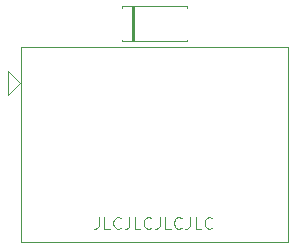
<source format=gto>
G04 #@! TF.GenerationSoftware,KiCad,Pcbnew,8.0.1*
G04 #@! TF.CreationDate,2024-03-24T02:17:44+01:00*
G04 #@! TF.ProjectId,bypass,62797061-7373-42e6-9b69-6361645f7063,rev?*
G04 #@! TF.SameCoordinates,Original*
G04 #@! TF.FileFunction,Legend,Top*
G04 #@! TF.FilePolarity,Positive*
%FSLAX46Y46*%
G04 Gerber Fmt 4.6, Leading zero omitted, Abs format (unit mm)*
G04 Created by KiCad (PCBNEW 8.0.1) date 2024-03-24 02:17:44*
%MOMM*%
%LPD*%
G01*
G04 APERTURE LIST*
%ADD10C,0.100000*%
%ADD11C,0.120000*%
%ADD12C,2.300000*%
%ADD13R,2.200000X2.200000*%
%ADD14O,2.200000X2.200000*%
G04 APERTURE END LIST*
D10*
X143780951Y-38222419D02*
X143780951Y-38936704D01*
X143780951Y-38936704D02*
X143733332Y-39079561D01*
X143733332Y-39079561D02*
X143638094Y-39174800D01*
X143638094Y-39174800D02*
X143495237Y-39222419D01*
X143495237Y-39222419D02*
X143399999Y-39222419D01*
X144733332Y-39222419D02*
X144257142Y-39222419D01*
X144257142Y-39222419D02*
X144257142Y-38222419D01*
X145638094Y-39127180D02*
X145590475Y-39174800D01*
X145590475Y-39174800D02*
X145447618Y-39222419D01*
X145447618Y-39222419D02*
X145352380Y-39222419D01*
X145352380Y-39222419D02*
X145209523Y-39174800D01*
X145209523Y-39174800D02*
X145114285Y-39079561D01*
X145114285Y-39079561D02*
X145066666Y-38984323D01*
X145066666Y-38984323D02*
X145019047Y-38793847D01*
X145019047Y-38793847D02*
X145019047Y-38650990D01*
X145019047Y-38650990D02*
X145066666Y-38460514D01*
X145066666Y-38460514D02*
X145114285Y-38365276D01*
X145114285Y-38365276D02*
X145209523Y-38270038D01*
X145209523Y-38270038D02*
X145352380Y-38222419D01*
X145352380Y-38222419D02*
X145447618Y-38222419D01*
X145447618Y-38222419D02*
X145590475Y-38270038D01*
X145590475Y-38270038D02*
X145638094Y-38317657D01*
X146352380Y-38222419D02*
X146352380Y-38936704D01*
X146352380Y-38936704D02*
X146304761Y-39079561D01*
X146304761Y-39079561D02*
X146209523Y-39174800D01*
X146209523Y-39174800D02*
X146066666Y-39222419D01*
X146066666Y-39222419D02*
X145971428Y-39222419D01*
X147304761Y-39222419D02*
X146828571Y-39222419D01*
X146828571Y-39222419D02*
X146828571Y-38222419D01*
X148209523Y-39127180D02*
X148161904Y-39174800D01*
X148161904Y-39174800D02*
X148019047Y-39222419D01*
X148019047Y-39222419D02*
X147923809Y-39222419D01*
X147923809Y-39222419D02*
X147780952Y-39174800D01*
X147780952Y-39174800D02*
X147685714Y-39079561D01*
X147685714Y-39079561D02*
X147638095Y-38984323D01*
X147638095Y-38984323D02*
X147590476Y-38793847D01*
X147590476Y-38793847D02*
X147590476Y-38650990D01*
X147590476Y-38650990D02*
X147638095Y-38460514D01*
X147638095Y-38460514D02*
X147685714Y-38365276D01*
X147685714Y-38365276D02*
X147780952Y-38270038D01*
X147780952Y-38270038D02*
X147923809Y-38222419D01*
X147923809Y-38222419D02*
X148019047Y-38222419D01*
X148019047Y-38222419D02*
X148161904Y-38270038D01*
X148161904Y-38270038D02*
X148209523Y-38317657D01*
X148923809Y-38222419D02*
X148923809Y-38936704D01*
X148923809Y-38936704D02*
X148876190Y-39079561D01*
X148876190Y-39079561D02*
X148780952Y-39174800D01*
X148780952Y-39174800D02*
X148638095Y-39222419D01*
X148638095Y-39222419D02*
X148542857Y-39222419D01*
X149876190Y-39222419D02*
X149400000Y-39222419D01*
X149400000Y-39222419D02*
X149400000Y-38222419D01*
X150780952Y-39127180D02*
X150733333Y-39174800D01*
X150733333Y-39174800D02*
X150590476Y-39222419D01*
X150590476Y-39222419D02*
X150495238Y-39222419D01*
X150495238Y-39222419D02*
X150352381Y-39174800D01*
X150352381Y-39174800D02*
X150257143Y-39079561D01*
X150257143Y-39079561D02*
X150209524Y-38984323D01*
X150209524Y-38984323D02*
X150161905Y-38793847D01*
X150161905Y-38793847D02*
X150161905Y-38650990D01*
X150161905Y-38650990D02*
X150209524Y-38460514D01*
X150209524Y-38460514D02*
X150257143Y-38365276D01*
X150257143Y-38365276D02*
X150352381Y-38270038D01*
X150352381Y-38270038D02*
X150495238Y-38222419D01*
X150495238Y-38222419D02*
X150590476Y-38222419D01*
X150590476Y-38222419D02*
X150733333Y-38270038D01*
X150733333Y-38270038D02*
X150780952Y-38317657D01*
X151495238Y-38222419D02*
X151495238Y-38936704D01*
X151495238Y-38936704D02*
X151447619Y-39079561D01*
X151447619Y-39079561D02*
X151352381Y-39174800D01*
X151352381Y-39174800D02*
X151209524Y-39222419D01*
X151209524Y-39222419D02*
X151114286Y-39222419D01*
X152447619Y-39222419D02*
X151971429Y-39222419D01*
X151971429Y-39222419D02*
X151971429Y-38222419D01*
X153352381Y-39127180D02*
X153304762Y-39174800D01*
X153304762Y-39174800D02*
X153161905Y-39222419D01*
X153161905Y-39222419D02*
X153066667Y-39222419D01*
X153066667Y-39222419D02*
X152923810Y-39174800D01*
X152923810Y-39174800D02*
X152828572Y-39079561D01*
X152828572Y-39079561D02*
X152780953Y-38984323D01*
X152780953Y-38984323D02*
X152733334Y-38793847D01*
X152733334Y-38793847D02*
X152733334Y-38650990D01*
X152733334Y-38650990D02*
X152780953Y-38460514D01*
X152780953Y-38460514D02*
X152828572Y-38365276D01*
X152828572Y-38365276D02*
X152923810Y-38270038D01*
X152923810Y-38270038D02*
X153066667Y-38222419D01*
X153066667Y-38222419D02*
X153161905Y-38222419D01*
X153161905Y-38222419D02*
X153304762Y-38270038D01*
X153304762Y-38270038D02*
X153352381Y-38317657D01*
D11*
X136070000Y-25850000D02*
X136070000Y-27850000D01*
X136070000Y-27850000D02*
X137070000Y-26850000D01*
X137070000Y-26850000D02*
X136070000Y-25850000D01*
X137190000Y-23840000D02*
X137190000Y-40360000D01*
X159810000Y-23840000D02*
X137190000Y-23840000D01*
X159810000Y-23840000D02*
X159810000Y-40360000D01*
X159810000Y-40360000D02*
X137190000Y-40360000D01*
X145780000Y-20380000D02*
X151220000Y-20380000D01*
X145780000Y-20510000D02*
X145780000Y-20380000D01*
X145780000Y-23190000D02*
X145780000Y-23320000D01*
X145780000Y-23320000D02*
X151220000Y-23320000D01*
X146560000Y-20380000D02*
X146560000Y-23320000D01*
X146680000Y-20380000D02*
X146680000Y-23320000D01*
X146800000Y-20380000D02*
X146800000Y-23320000D01*
X151220000Y-20380000D02*
X151220000Y-20510000D01*
X151220000Y-23320000D02*
X151220000Y-23190000D01*
%LPC*%
D12*
X140900000Y-26850000D03*
X140900000Y-35050000D03*
X145900000Y-26850000D03*
X145900000Y-35050000D03*
X150900000Y-26850000D03*
X150900000Y-35050000D03*
X155900000Y-26850000D03*
X155900000Y-35050000D03*
D13*
X144690000Y-21850000D03*
D14*
X152310000Y-21850000D03*
%LPD*%
M02*

</source>
